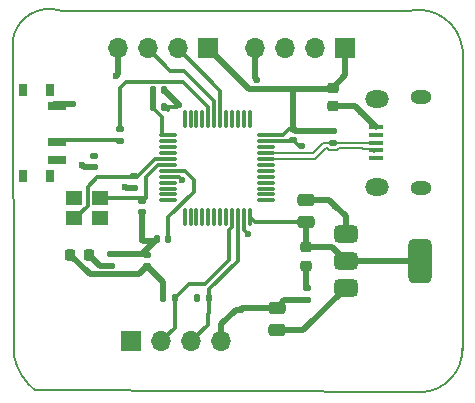
<source format=gbr>
%TF.GenerationSoftware,KiCad,Pcbnew,8.0.0*%
%TF.CreationDate,2024-03-18T00:14:29+05:30*%
%TF.ProjectId,STM,53544d2e-6b69-4636-9164-5f7063625858,rev?*%
%TF.SameCoordinates,Original*%
%TF.FileFunction,Copper,L1,Top*%
%TF.FilePolarity,Positive*%
%FSLAX46Y46*%
G04 Gerber Fmt 4.6, Leading zero omitted, Abs format (unit mm)*
G04 Created by KiCad (PCBNEW 8.0.0) date 2024-03-18 00:14:29*
%MOMM*%
%LPD*%
G01*
G04 APERTURE LIST*
G04 Aperture macros list*
%AMRoundRect*
0 Rectangle with rounded corners*
0 $1 Rounding radius*
0 $2 $3 $4 $5 $6 $7 $8 $9 X,Y pos of 4 corners*
0 Add a 4 corners polygon primitive as box body*
4,1,4,$2,$3,$4,$5,$6,$7,$8,$9,$2,$3,0*
0 Add four circle primitives for the rounded corners*
1,1,$1+$1,$2,$3*
1,1,$1+$1,$4,$5*
1,1,$1+$1,$6,$7*
1,1,$1+$1,$8,$9*
0 Add four rect primitives between the rounded corners*
20,1,$1+$1,$2,$3,$4,$5,0*
20,1,$1+$1,$4,$5,$6,$7,0*
20,1,$1+$1,$6,$7,$8,$9,0*
20,1,$1+$1,$8,$9,$2,$3,0*%
G04 Aperture macros list end*
%TA.AperFunction,Conductor*%
%ADD10C,0.200000*%
%TD*%
%TA.AperFunction,SMDPad,CuDef*%
%ADD11R,0.800000X1.000000*%
%TD*%
%TA.AperFunction,SMDPad,CuDef*%
%ADD12R,1.500000X0.700000*%
%TD*%
%TA.AperFunction,SMDPad,CuDef*%
%ADD13RoundRect,0.140000X0.140000X0.170000X-0.140000X0.170000X-0.140000X-0.170000X0.140000X-0.170000X0*%
%TD*%
%TA.AperFunction,SMDPad,CuDef*%
%ADD14RoundRect,0.135000X0.185000X-0.135000X0.185000X0.135000X-0.185000X0.135000X-0.185000X-0.135000X0*%
%TD*%
%TA.AperFunction,SMDPad,CuDef*%
%ADD15RoundRect,0.218750X0.256250X-0.218750X0.256250X0.218750X-0.256250X0.218750X-0.256250X-0.218750X0*%
%TD*%
%TA.AperFunction,SMDPad,CuDef*%
%ADD16RoundRect,0.250000X0.475000X-0.250000X0.475000X0.250000X-0.475000X0.250000X-0.475000X-0.250000X0*%
%TD*%
%TA.AperFunction,SMDPad,CuDef*%
%ADD17RoundRect,0.218750X-0.218750X-0.256250X0.218750X-0.256250X0.218750X0.256250X-0.218750X0.256250X0*%
%TD*%
%TA.AperFunction,SMDPad,CuDef*%
%ADD18RoundRect,0.140000X0.170000X-0.140000X0.170000X0.140000X-0.170000X0.140000X-0.170000X-0.140000X0*%
%TD*%
%TA.AperFunction,SMDPad,CuDef*%
%ADD19RoundRect,0.375000X-0.625000X-0.375000X0.625000X-0.375000X0.625000X0.375000X-0.625000X0.375000X0*%
%TD*%
%TA.AperFunction,SMDPad,CuDef*%
%ADD20RoundRect,0.500000X-0.500000X-1.400000X0.500000X-1.400000X0.500000X1.400000X-0.500000X1.400000X0*%
%TD*%
%TA.AperFunction,ComponentPad*%
%ADD21O,1.700000X1.700000*%
%TD*%
%TA.AperFunction,ComponentPad*%
%ADD22R,1.700000X1.700000*%
%TD*%
%TA.AperFunction,SMDPad,CuDef*%
%ADD23RoundRect,0.140000X-0.170000X0.140000X-0.170000X-0.140000X0.170000X-0.140000X0.170000X0.140000X0*%
%TD*%
%TA.AperFunction,SMDPad,CuDef*%
%ADD24RoundRect,0.135000X-0.135000X-0.185000X0.135000X-0.185000X0.135000X0.185000X-0.135000X0.185000X0*%
%TD*%
%TA.AperFunction,SMDPad,CuDef*%
%ADD25RoundRect,0.225000X-0.250000X0.225000X-0.250000X-0.225000X0.250000X-0.225000X0.250000X0.225000X0*%
%TD*%
%TA.AperFunction,SMDPad,CuDef*%
%ADD26RoundRect,0.140000X-0.140000X-0.170000X0.140000X-0.170000X0.140000X0.170000X-0.140000X0.170000X0*%
%TD*%
%TA.AperFunction,SMDPad,CuDef*%
%ADD27RoundRect,0.075000X-0.662500X-0.075000X0.662500X-0.075000X0.662500X0.075000X-0.662500X0.075000X0*%
%TD*%
%TA.AperFunction,SMDPad,CuDef*%
%ADD28RoundRect,0.075000X-0.075000X-0.662500X0.075000X-0.662500X0.075000X0.662500X-0.075000X0.662500X0*%
%TD*%
%TA.AperFunction,SMDPad,CuDef*%
%ADD29RoundRect,0.135000X-0.185000X0.135000X-0.185000X-0.135000X0.185000X-0.135000X0.185000X0.135000X0*%
%TD*%
%TA.AperFunction,SMDPad,CuDef*%
%ADD30R,1.300000X0.450000*%
%TD*%
%TA.AperFunction,ComponentPad*%
%ADD31O,1.800000X1.150000*%
%TD*%
%TA.AperFunction,ComponentPad*%
%ADD32O,2.000000X1.450000*%
%TD*%
%TA.AperFunction,SMDPad,CuDef*%
%ADD33R,1.400000X1.200000*%
%TD*%
%TA.AperFunction,ViaPad*%
%ADD34C,0.600000*%
%TD*%
%TA.AperFunction,Conductor*%
%ADD35C,0.500000*%
%TD*%
%TA.AperFunction,Conductor*%
%ADD36C,0.300000*%
%TD*%
G04 APERTURE END LIST*
D10*
%TO.N,GND*%
X19786733Y-48644656D02*
G75*
G02*
X18000001Y-45750000I3213267J3982156D01*
G01*
X55965568Y-45049973D02*
G75*
G02*
X52500257Y-48795744I-3635486J-112527D01*
G01*
X51500000Y-16500000D02*
G75*
G02*
X55963933Y-19734590I750000J-3662500D01*
G01*
X17875457Y-19012939D02*
G75*
G02*
X22000000Y-16500001I3124543J-487061D01*
G01*
X17875457Y-19012939D02*
X18000000Y-45750000D01*
X52500257Y-48795744D02*
X19786733Y-48644656D01*
X56000000Y-19750000D02*
X56000000Y-45250000D01*
X51500000Y-16500000D02*
X22000000Y-16500000D01*
%TD*%
D11*
%TO.P,SW1,*%
%TO.N,*%
X21010000Y-23200000D03*
X18800000Y-23200000D03*
X21010000Y-30500000D03*
X18800000Y-30500000D03*
D12*
%TO.P,SW1,1,A*%
%TO.N,GND*%
X21660000Y-24600000D03*
%TO.P,SW1,2,B*%
%TO.N,/SW_BOOT0*%
X21660000Y-27600000D03*
%TO.P,SW1,3,C*%
%TO.N,+3.3V*%
X21660000Y-29100000D03*
%TD*%
D13*
%TO.P,C8,1*%
%TO.N,/NRST*%
X31080000Y-35800000D03*
%TO.P,C8,2*%
%TO.N,GND*%
X30120000Y-35800000D03*
%TD*%
D14*
%TO.P,R1,1*%
%TO.N,/SW_BOOT0*%
X26990000Y-27520000D03*
%TO.P,R1,2*%
%TO.N,Net-(U2-BOOT0)*%
X26990000Y-26500000D03*
%TD*%
D15*
%TO.P,D1,1,K*%
%TO.N,Net-(D1-K)*%
X42750000Y-38075000D03*
%TO.P,D1,2,A*%
%TO.N,+3.3V*%
X42750000Y-36500000D03*
%TD*%
D16*
%TO.P,C9,1*%
%TO.N,VBUS*%
X40250000Y-43562500D03*
%TO.P,C9,2*%
%TO.N,GND*%
X40250000Y-41662500D03*
%TD*%
D17*
%TO.P,FB1,1*%
%TO.N,+3.3V*%
X22750000Y-37162500D03*
%TO.P,FB1,2*%
%TO.N,+3.3VA*%
X24325000Y-37162500D03*
%TD*%
D18*
%TO.P,C6,1*%
%TO.N,+3.3VA*%
X26200000Y-38080000D03*
%TO.P,C6,2*%
%TO.N,GND*%
X26200000Y-37120000D03*
%TD*%
D19*
%TO.P,U1,1,GND*%
%TO.N,GND*%
X46100000Y-35362500D03*
%TO.P,U1,2,VO*%
%TO.N,+3.3V*%
X46100000Y-37662500D03*
D20*
X52400000Y-37662500D03*
D19*
%TO.P,U1,3,VI*%
%TO.N,VBUS*%
X46100000Y-39962500D03*
%TD*%
D21*
%TO.P,J2,4,Pin_4*%
%TO.N,GND*%
X26780000Y-19687500D03*
%TO.P,J2,3,Pin_3*%
%TO.N,/USART1_RX*%
X29320000Y-19687500D03*
%TO.P,J2,2,Pin_2*%
%TO.N,/USART1_TX*%
X31860000Y-19687500D03*
D22*
%TO.P,J2,1,Pin_1*%
%TO.N,+3.3V*%
X34400000Y-19687500D03*
%TD*%
%TO.P,J4,1,Pin_1*%
%TO.N,+3.3V*%
X27920000Y-44500000D03*
D21*
%TO.P,J4,2,Pin_2*%
%TO.N,/I2C2_SCL*%
X30460000Y-44500000D03*
%TO.P,J4,3,Pin_3*%
%TO.N,/I2C2_SDA*%
X33000000Y-44500000D03*
%TO.P,J4,4,Pin_4*%
%TO.N,GND*%
X35540000Y-44500000D03*
%TD*%
D18*
%TO.P,C7,1*%
%TO.N,+3.3V*%
X29250000Y-38122500D03*
%TO.P,C7,2*%
%TO.N,GND*%
X29250000Y-37162500D03*
%TD*%
D16*
%TO.P,C10,1*%
%TO.N,+3.3V*%
X42750000Y-34400000D03*
%TO.P,C10,2*%
%TO.N,GND*%
X42750000Y-32500000D03*
%TD*%
D23*
%TO.P,C5,1*%
%TO.N,+3.3VA*%
X24750000Y-28770000D03*
%TO.P,C5,2*%
%TO.N,GND*%
X24750000Y-29730000D03*
%TD*%
%TO.P,C11,2*%
%TO.N,GND*%
X28200000Y-31480000D03*
%TO.P,C11,1*%
%TO.N,/HSE_IN*%
X28200000Y-30520000D03*
%TD*%
D22*
%TO.P,J3,1,Pin_1*%
%TO.N,+3.3V*%
X46050000Y-19687500D03*
D21*
%TO.P,J3,2,Pin_2*%
%TO.N,/SWDI0*%
X43510000Y-19687500D03*
%TO.P,J3,3,Pin_3*%
%TO.N,/SWCLK*%
X40970000Y-19687500D03*
%TO.P,J3,4,Pin_4*%
%TO.N,GND*%
X38430000Y-19687500D03*
%TD*%
D24*
%TO.P,R5,1*%
%TO.N,+3.3V*%
X33490000Y-40800000D03*
%TO.P,R5,2*%
%TO.N,/I2C2_SDA*%
X34510000Y-40800000D03*
%TD*%
D25*
%TO.P,C1,1*%
%TO.N,+3.3V*%
X45000000Y-23000000D03*
%TO.P,C1,2*%
%TO.N,GND*%
X45000000Y-24550000D03*
%TD*%
D26*
%TO.P,C3,1*%
%TO.N,+3.3V*%
X29770000Y-23200000D03*
%TO.P,C3,2*%
%TO.N,GND*%
X30730000Y-23200000D03*
%TD*%
D27*
%TO.P,U2,1,VBAT*%
%TO.N,+3.3V*%
X31037500Y-27050000D03*
%TO.P,U2,2,PC13*%
%TO.N,unconnected-(U2-PC13-Pad2)*%
X31037500Y-27550000D03*
%TO.P,U2,3,PC14*%
%TO.N,unconnected-(U2-PC14-Pad3)*%
X31037500Y-28050000D03*
%TO.P,U2,4,PC15*%
%TO.N,unconnected-(U2-PC15-Pad4)*%
X31037500Y-28550000D03*
%TO.P,U2,5,PD0*%
%TO.N,/HSE_IN*%
X31037500Y-29050000D03*
%TO.P,U2,6,PD1*%
%TO.N,/HSE_OUT*%
X31037500Y-29550000D03*
%TO.P,U2,7,NRST*%
%TO.N,/NRST*%
X31037500Y-30050000D03*
%TO.P,U2,8,VSSA*%
%TO.N,GND*%
X31037500Y-30550000D03*
%TO.P,U2,9,VDDA*%
%TO.N,+3.3VA*%
X31037500Y-31050000D03*
%TO.P,U2,10,PA0*%
%TO.N,unconnected-(U2-PA0-Pad10)*%
X31037500Y-31550000D03*
%TO.P,U2,11,PA1*%
%TO.N,unconnected-(U2-PA1-Pad11)*%
X31037500Y-32050000D03*
%TO.P,U2,12,PA2*%
%TO.N,unconnected-(U2-PA2-Pad12)*%
X31037500Y-32550000D03*
D28*
%TO.P,U2,13,PA3*%
%TO.N,unconnected-(U2-PA3-Pad13)*%
X32450000Y-33962500D03*
%TO.P,U2,14,PA4*%
%TO.N,unconnected-(U2-PA4-Pad14)*%
X32950000Y-33962500D03*
%TO.P,U2,15,PA5*%
%TO.N,unconnected-(U2-PA5-Pad15)*%
X33450000Y-33962500D03*
%TO.P,U2,16,PA6*%
%TO.N,unconnected-(U2-PA6-Pad16)*%
X33950000Y-33962500D03*
%TO.P,U2,17,PA7*%
%TO.N,unconnected-(U2-PA7-Pad17)*%
X34450000Y-33962500D03*
%TO.P,U2,18,PB0*%
%TO.N,unconnected-(U2-PB0-Pad18)*%
X34950000Y-33962500D03*
%TO.P,U2,19,PB1*%
%TO.N,unconnected-(U2-PB1-Pad19)*%
X35450000Y-33962500D03*
%TO.P,U2,20,PB2*%
%TO.N,unconnected-(U2-PB2-Pad20)*%
X35950000Y-33962500D03*
%TO.P,U2,21,PB10*%
%TO.N,/I2C2_SCL*%
X36450000Y-33962500D03*
%TO.P,U2,22,PB11*%
%TO.N,/I2C2_SDA*%
X36950000Y-33962500D03*
%TO.P,U2,23,VSS*%
%TO.N,GND*%
X37450000Y-33962500D03*
%TO.P,U2,24,VDD*%
%TO.N,+3.3V*%
X37950000Y-33962500D03*
D27*
%TO.P,U2,25,PB12*%
%TO.N,unconnected-(U2-PB12-Pad25)*%
X39362500Y-32550000D03*
%TO.P,U2,26,PB13*%
%TO.N,unconnected-(U2-PB13-Pad26)*%
X39362500Y-32050000D03*
%TO.P,U2,27,PB14*%
%TO.N,unconnected-(U2-PB14-Pad27)*%
X39362500Y-31550000D03*
%TO.P,U2,28,PB15*%
%TO.N,unconnected-(U2-PB15-Pad28)*%
X39362500Y-31050000D03*
%TO.P,U2,29,PA8*%
%TO.N,unconnected-(U2-PA8-Pad29)*%
X39362500Y-30550000D03*
%TO.P,U2,30,PA9*%
%TO.N,unconnected-(U2-PA9-Pad30)*%
X39362500Y-30050000D03*
%TO.P,U2,31,PA10*%
%TO.N,unconnected-(U2-PA10-Pad31)*%
X39362500Y-29550000D03*
%TO.P,U2,32,PA11*%
%TO.N,/USB_D-*%
X39362500Y-29050000D03*
%TO.P,U2,33,PA12*%
%TO.N,/USB_D+*%
X39362500Y-28550000D03*
%TO.P,U2,34,PA13*%
%TO.N,/SWDI0*%
X39362500Y-28050000D03*
%TO.P,U2,35,VSS*%
%TO.N,GND*%
X39362500Y-27550000D03*
%TO.P,U2,36,VDD*%
%TO.N,+3.3V*%
X39362500Y-27050000D03*
D28*
%TO.P,U2,37,PA14*%
%TO.N,/SWCLK*%
X37950000Y-25637500D03*
%TO.P,U2,38,PA15*%
%TO.N,unconnected-(U2-PA15-Pad38)*%
X37450000Y-25637500D03*
%TO.P,U2,39,PB3*%
%TO.N,unconnected-(U2-PB3-Pad39)*%
X36950000Y-25637500D03*
%TO.P,U2,40,PB4*%
%TO.N,unconnected-(U2-PB4-Pad40)*%
X36450000Y-25637500D03*
%TO.P,U2,41,PB5*%
%TO.N,unconnected-(U2-PB5-Pad41)*%
X35950000Y-25637500D03*
%TO.P,U2,42,PB6*%
%TO.N,/USART1_TX*%
X35450000Y-25637500D03*
%TO.P,U2,43,PB7*%
%TO.N,/USART1_RX*%
X34950000Y-25637500D03*
%TO.P,U2,44,BOOT0*%
%TO.N,Net-(U2-BOOT0)*%
X34450000Y-25637500D03*
%TO.P,U2,45,PB8*%
%TO.N,unconnected-(U2-PB8-Pad45)*%
X33950000Y-25637500D03*
%TO.P,U2,46,PB9*%
%TO.N,unconnected-(U2-PB9-Pad46)*%
X33450000Y-25637500D03*
%TO.P,U2,47,VSS*%
%TO.N,GND*%
X32950000Y-25637500D03*
%TO.P,U2,48,VDD*%
%TO.N,+3.3V*%
X32450000Y-25637500D03*
%TD*%
D23*
%TO.P,C12,1*%
%TO.N,/HSE_OUT*%
X28800000Y-32600000D03*
%TO.P,C12,2*%
%TO.N,GND*%
X28800000Y-33560000D03*
%TD*%
D26*
%TO.P,C4,1*%
%TO.N,+3.3V*%
X29770000Y-24662500D03*
%TO.P,C4,2*%
%TO.N,GND*%
X30730000Y-24662500D03*
%TD*%
D29*
%TO.P,R2,1*%
%TO.N,Net-(D1-K)*%
X42800000Y-40000000D03*
%TO.P,R2,2*%
%TO.N,GND*%
X42800000Y-41020000D03*
%TD*%
D23*
%TO.P,C2,2*%
%TO.N,GND*%
X41600000Y-27480000D03*
%TO.P,C2,1*%
%TO.N,+3.3V*%
X41600000Y-26520000D03*
%TD*%
D30*
%TO.P,J1,1,VBUS*%
%TO.N,VBUS*%
X48650000Y-28962500D03*
%TO.P,J1,2,D-*%
%TO.N,/USB_D-*%
X48650000Y-28312500D03*
%TO.P,J1,3,D+*%
%TO.N,/USB_D+*%
X48650000Y-27662500D03*
%TO.P,J1,4,ID*%
%TO.N,unconnected-(J1-ID-Pad4)*%
X48650000Y-27012500D03*
%TO.P,J1,5,GND*%
%TO.N,GND*%
X48650000Y-26362500D03*
D31*
%TO.P,J1,6,Shield*%
%TO.N,unconnected-(J1-Shield-Pad6)*%
X52500000Y-31537500D03*
D32*
%TO.N,unconnected-(J1-Shield-Pad6)_2*%
X48700000Y-31387500D03*
%TO.N,unconnected-(J1-Shield-Pad6)_1*%
X48700000Y-23937500D03*
D31*
%TO.N,unconnected-(J1-Shield-Pad6)_0*%
X52500000Y-23787500D03*
%TD*%
D24*
%TO.P,R4,1*%
%TO.N,+3.3V*%
X30600000Y-40800000D03*
%TO.P,R4,2*%
%TO.N,/I2C2_SCL*%
X31620000Y-40800000D03*
%TD*%
D33*
%TO.P,Y1,1,1*%
%TO.N,/HSE_IN*%
X23100000Y-34050000D03*
%TO.P,Y1,2,2*%
%TO.N,Net-(Y1-Pad2)*%
X25300000Y-34050000D03*
%TO.P,Y1,3,3*%
%TO.N,/HSE_OUT*%
X25300000Y-32350000D03*
%TO.P,Y1,4,4*%
%TO.N,Net-(Y1-Pad2)*%
X23100000Y-32350000D03*
%TD*%
D14*
%TO.P,R3,1*%
%TO.N,/USB_D+*%
X45000000Y-27710000D03*
%TO.P,R3,2*%
%TO.N,+3.3V*%
X45000000Y-26690000D03*
%TD*%
D34*
%TO.N,GND*%
X37800000Y-35400000D03*
X27400000Y-31400000D03*
X38600000Y-22400000D03*
X37200000Y-41800000D03*
X28800000Y-35800000D03*
X23800000Y-29600000D03*
X42400000Y-27975000D03*
X47356250Y-25043750D03*
X26600000Y-22000000D03*
X23000000Y-24400000D03*
X45200000Y-33000000D03*
X32245164Y-30788146D03*
X32000000Y-24500000D03*
%TD*%
D35*
%TO.N,+3.3V*%
X52400000Y-37662500D02*
X46100000Y-37662500D01*
%TO.N,VBUS*%
X46100000Y-39962500D02*
X42500000Y-43562500D01*
X42500000Y-43562500D02*
X40250000Y-43562500D01*
D36*
%TO.N,+3.3V*%
X38387500Y-34400000D02*
X42750000Y-34400000D01*
X37950000Y-33962500D02*
X38387500Y-34400000D01*
D35*
X44937500Y-36500000D02*
X46100000Y-37662500D01*
X42750000Y-36500000D02*
X44937500Y-36500000D01*
X42750000Y-34400000D02*
X42750000Y-36500000D01*
X30600000Y-39472500D02*
X29250000Y-38122500D01*
X30600000Y-40800000D02*
X30600000Y-39472500D01*
X24397500Y-38810000D02*
X28562500Y-38810000D01*
X28562500Y-38810000D02*
X29250000Y-38122500D01*
X22750000Y-37162500D02*
X24397500Y-38810000D01*
%TO.N,+3.3VA*%
X25242500Y-38080000D02*
X26200000Y-38080000D01*
X24325000Y-37162500D02*
X25242500Y-38080000D01*
D36*
X26200000Y-38080000D02*
X26200000Y-38000000D01*
%TO.N,GND*%
X37450000Y-35050000D02*
X37800000Y-35400000D01*
X37450000Y-33962500D02*
X37450000Y-35050000D01*
X41530000Y-27550000D02*
X41600000Y-27480000D01*
X39362500Y-27550000D02*
X41530000Y-27550000D01*
X42095000Y-27975000D02*
X41600000Y-27480000D01*
X42400000Y-27975000D02*
X42095000Y-27975000D01*
%TO.N,+3.3V*%
X40750000Y-27050000D02*
X41280000Y-26520000D01*
X41280000Y-26520000D02*
X41600000Y-26520000D01*
X39362500Y-27050000D02*
X40750000Y-27050000D01*
D35*
X41600000Y-26520000D02*
X41600000Y-23150000D01*
X41600000Y-23150000D02*
X44850000Y-23150000D01*
X37862500Y-23150000D02*
X41600000Y-23150000D01*
X41770000Y-26690000D02*
X41600000Y-26520000D01*
X45000000Y-26690000D02*
X41770000Y-26690000D01*
X46050000Y-21950000D02*
X45000000Y-23000000D01*
X46050000Y-19687500D02*
X46050000Y-21950000D01*
X44850000Y-23150000D02*
X45000000Y-23000000D01*
X34400000Y-19687500D02*
X37862500Y-23150000D01*
X34400000Y-19800000D02*
X34600000Y-20000000D01*
X34400000Y-19687500D02*
X34400000Y-19800000D01*
%TO.N,GND*%
X27480000Y-31480000D02*
X27400000Y-31400000D01*
X28200000Y-31480000D02*
X27480000Y-31480000D01*
D36*
%TO.N,/HSE_IN*%
X28480000Y-30520000D02*
X29950000Y-29050000D01*
X28200000Y-30520000D02*
X28480000Y-30520000D01*
D35*
%TO.N,GND*%
X38430000Y-22230000D02*
X38600000Y-22400000D01*
X38430000Y-19687500D02*
X38430000Y-22230000D01*
D36*
X38430000Y-20230000D02*
X38600000Y-20400000D01*
X38430000Y-19687500D02*
X38430000Y-20230000D01*
X38430000Y-19630000D02*
X38400000Y-19600000D01*
X38430000Y-19687500D02*
X38430000Y-19630000D01*
D35*
X28800000Y-33560000D02*
X28800000Y-35800000D01*
%TO.N,Net-(D1-K)*%
X42750000Y-38075000D02*
X42750000Y-39950000D01*
X42750000Y-39950000D02*
X42800000Y-40000000D01*
%TO.N,GND*%
X42800000Y-41020000D02*
X40892500Y-41020000D01*
X40892500Y-41020000D02*
X40250000Y-41662500D01*
X37200000Y-41800000D02*
X37337500Y-41662500D01*
X36800000Y-41800000D02*
X37200000Y-41800000D01*
X35540000Y-43060000D02*
X36800000Y-41800000D01*
X37337500Y-41662500D02*
X40250000Y-41662500D01*
X35540000Y-44500000D02*
X35540000Y-43060000D01*
X28960000Y-35960000D02*
X28800000Y-35800000D01*
X29960000Y-35960000D02*
X28960000Y-35960000D01*
X30120000Y-35800000D02*
X29960000Y-35960000D01*
X28800000Y-37120000D02*
X30120000Y-35800000D01*
X26200000Y-37120000D02*
X28800000Y-37120000D01*
X23930000Y-29730000D02*
X23800000Y-29600000D01*
X24750000Y-29730000D02*
X23930000Y-29730000D01*
X46862500Y-24550000D02*
X48650000Y-26337500D01*
X45000000Y-24550000D02*
X46862500Y-24550000D01*
%TO.N,+3.3V*%
X34512500Y-19687500D02*
X34600000Y-19600000D01*
X34400000Y-19687500D02*
X34512500Y-19687500D01*
%TO.N,GND*%
X26780000Y-21820000D02*
X26600000Y-22000000D01*
X26780000Y-19687500D02*
X26780000Y-21820000D01*
X22987500Y-24412500D02*
X23000000Y-24400000D01*
X21430000Y-24412500D02*
X22987500Y-24412500D01*
X30730000Y-23200000D02*
X30730000Y-23230000D01*
X30730000Y-23230000D02*
X32000000Y-24500000D01*
X46100000Y-33900000D02*
X45200000Y-33000000D01*
X46100000Y-35362500D02*
X46100000Y-33900000D01*
X44700000Y-32500000D02*
X45200000Y-33000000D01*
X42750000Y-32500000D02*
X44700000Y-32500000D01*
D36*
%TO.N,/NRST*%
X32450000Y-30050000D02*
X33200000Y-30800000D01*
X31037500Y-30050000D02*
X32450000Y-30050000D01*
%TO.N,GND*%
X32211854Y-30788146D02*
X32245164Y-30788146D01*
X32200000Y-30800000D02*
X32211854Y-30788146D01*
X31950000Y-30550000D02*
X32200000Y-30800000D01*
X31037500Y-30550000D02*
X31950000Y-30550000D01*
%TO.N,/HSE_OUT*%
X30196880Y-29550000D02*
X31037500Y-29550000D01*
X29146880Y-30600000D02*
X30196880Y-29550000D01*
X29146880Y-32350000D02*
X29146880Y-30600000D01*
%TO.N,/HSE_IN*%
X29950000Y-29050000D02*
X31037500Y-29050000D01*
X24250000Y-31400000D02*
X25050000Y-30600000D01*
%TO.N,/NRST*%
X33200000Y-30800000D02*
X33200000Y-31871880D01*
%TO.N,/HSE_IN*%
X25050000Y-30600000D02*
X28400000Y-30600000D01*
%TO.N,/NRST*%
X31080000Y-33991880D02*
X31080000Y-35800000D01*
X33200000Y-31871880D02*
X31080000Y-33991880D01*
%TO.N,/I2C2_SCL*%
X36450000Y-34803120D02*
X36450000Y-33962500D01*
X36200000Y-35053120D02*
X36450000Y-34803120D01*
X36200000Y-37600000D02*
X36200000Y-35053120D01*
X32820000Y-39600000D02*
X34200000Y-39600000D01*
X31620000Y-40800000D02*
X32820000Y-39600000D01*
X34200000Y-39600000D02*
X36200000Y-37600000D01*
X31620000Y-43340000D02*
X31620000Y-40800000D01*
X30460000Y-44500000D02*
X31620000Y-43340000D01*
%TO.N,/I2C2_SDA*%
X36950000Y-37650000D02*
X36950000Y-33962500D01*
X34510000Y-40090000D02*
X36950000Y-37650000D01*
X34510000Y-40800000D02*
X34510000Y-40090000D01*
X34400000Y-42200000D02*
X34510000Y-42090000D01*
X34400000Y-43100000D02*
X34400000Y-42200000D01*
X33000000Y-44500000D02*
X34400000Y-43100000D01*
X34510000Y-42090000D02*
X34510000Y-40800000D01*
%TO.N,Net-(U2-BOOT0)*%
X34450000Y-24650000D02*
X34450000Y-25637500D01*
X32340000Y-22540000D02*
X34450000Y-24650000D01*
X27460000Y-22540000D02*
X32340000Y-22540000D01*
X26990000Y-23010000D02*
X27460000Y-22540000D01*
X26990000Y-26500000D02*
X26990000Y-23010000D01*
D35*
%TO.N,+3.3V*%
X29770000Y-23200000D02*
X29770000Y-24662500D01*
D36*
%TO.N,/SW_BOOT0*%
X26882500Y-27412500D02*
X26990000Y-27520000D01*
X21430000Y-27412500D02*
X26882500Y-27412500D01*
%TO.N,/USART1_RX*%
X34950000Y-24150000D02*
X34950000Y-25637500D01*
X32400000Y-21600000D02*
X34950000Y-24150000D01*
X31232500Y-21600000D02*
X32400000Y-21600000D01*
X29320000Y-19687500D02*
X31232500Y-21600000D01*
%TO.N,/USART1_TX*%
X35450000Y-23277500D02*
X35450000Y-25637500D01*
X31860000Y-19687500D02*
X35450000Y-23277500D01*
D10*
%TO.N,/USB_D-*%
X47472948Y-28112501D02*
X47547947Y-28187500D01*
X45536423Y-28112501D02*
X47472948Y-28112501D01*
X45368924Y-28280000D02*
X45536423Y-28112501D01*
X48525000Y-28187500D02*
X48650000Y-28312500D01*
X44631076Y-28280000D02*
X45368924Y-28280000D01*
X44463577Y-28112501D02*
X44631076Y-28280000D01*
X44384675Y-28112501D02*
X44463577Y-28112501D01*
X47547947Y-28187500D02*
X48525000Y-28187500D01*
X40493751Y-29025000D02*
X43472176Y-29025000D01*
X40468751Y-29050000D02*
X40493751Y-29025000D01*
X39362500Y-29050000D02*
X40468751Y-29050000D01*
%TO.N,/USB_D+*%
X43285776Y-28575000D02*
X44198276Y-27662500D01*
X44198276Y-27662500D02*
X48650000Y-27662500D01*
X40493751Y-28575000D02*
X43285776Y-28575000D01*
X40468751Y-28550000D02*
X40493751Y-28575000D01*
%TO.N,/USB_D-*%
X43472176Y-29025000D02*
X44384675Y-28112501D01*
%TO.N,/USB_D+*%
X39362500Y-28550000D02*
X40468751Y-28550000D01*
X48525000Y-27787500D02*
X48650000Y-27662500D01*
%TO.N,/USB_D-*%
X48636397Y-28312500D02*
X48650000Y-28312500D01*
X48511397Y-28437500D02*
X48636397Y-28312500D01*
D36*
%TO.N,/HSE_OUT*%
X25300000Y-32350000D02*
X29146880Y-32350000D01*
%TO.N,/HSE_IN*%
X23200000Y-34050000D02*
X24250000Y-33000000D01*
X24250000Y-33000000D02*
X24250000Y-31400000D01*
X23100000Y-34050000D02*
X23200000Y-34050000D01*
%TO.N,GND*%
X31000000Y-24932500D02*
X30730000Y-24662500D01*
%TO.N,+3.3V*%
X30500000Y-25500000D02*
X30500000Y-27000000D01*
X29770000Y-24770000D02*
X30500000Y-25500000D01*
X29770000Y-24662500D02*
X29770000Y-24770000D01*
%TO.N,GND*%
X31837500Y-24662500D02*
X32000000Y-24500000D01*
X30730000Y-24662500D02*
X31837500Y-24662500D01*
%TD*%
M02*

</source>
